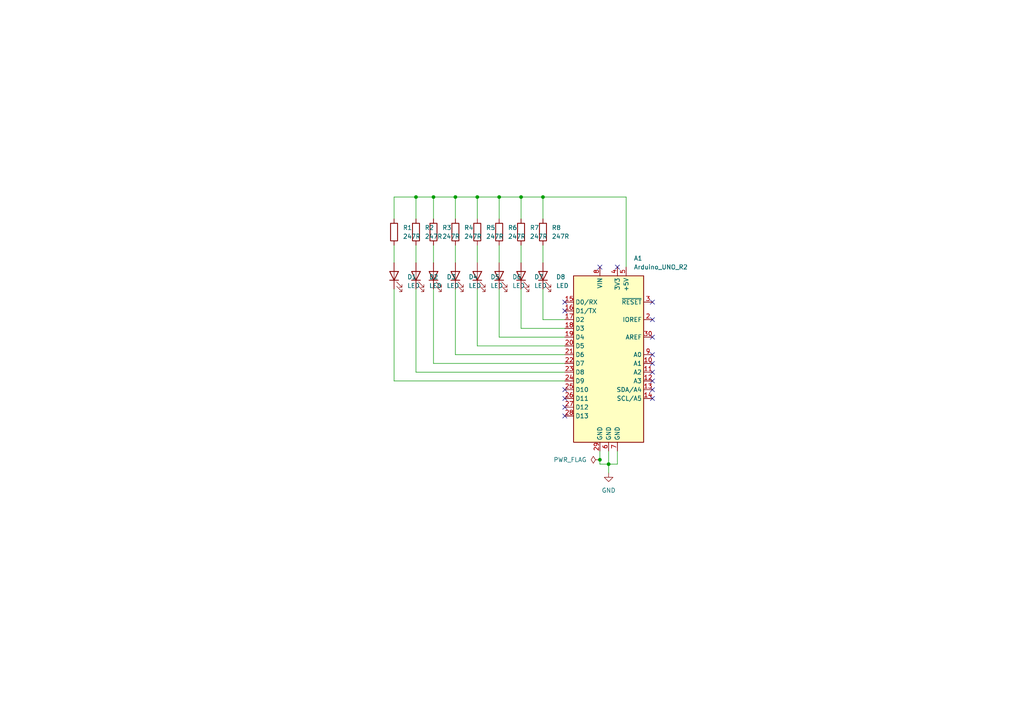
<source format=kicad_sch>
(kicad_sch (version 20230121) (generator eeschema)

  (uuid e797211e-b61b-4144-83f3-7d01fae16d45)

  (paper "A4")

  (title_block
    (title "ARDUINO UNO SHIELD")
    (date "2024-01-13")
    (rev "1")
    (company "Nguyen Minh Khang - 2151095")
  )

  (lib_symbols
    (symbol "Device:LED" (pin_numbers hide) (pin_names (offset 1.016) hide) (in_bom yes) (on_board yes)
      (property "Reference" "D" (at 0 2.54 0)
        (effects (font (size 1.27 1.27)))
      )
      (property "Value" "LED" (at 0 -2.54 0)
        (effects (font (size 1.27 1.27)))
      )
      (property "Footprint" "" (at 0 0 0)
        (effects (font (size 1.27 1.27)) hide)
      )
      (property "Datasheet" "~" (at 0 0 0)
        (effects (font (size 1.27 1.27)) hide)
      )
      (property "ki_keywords" "LED diode" (at 0 0 0)
        (effects (font (size 1.27 1.27)) hide)
      )
      (property "ki_description" "Light emitting diode" (at 0 0 0)
        (effects (font (size 1.27 1.27)) hide)
      )
      (property "ki_fp_filters" "LED* LED_SMD:* LED_THT:*" (at 0 0 0)
        (effects (font (size 1.27 1.27)) hide)
      )
      (symbol "LED_0_1"
        (polyline
          (pts
            (xy -1.27 -1.27)
            (xy -1.27 1.27)
          )
          (stroke (width 0.254) (type default))
          (fill (type none))
        )
        (polyline
          (pts
            (xy -1.27 0)
            (xy 1.27 0)
          )
          (stroke (width 0) (type default))
          (fill (type none))
        )
        (polyline
          (pts
            (xy 1.27 -1.27)
            (xy 1.27 1.27)
            (xy -1.27 0)
            (xy 1.27 -1.27)
          )
          (stroke (width 0.254) (type default))
          (fill (type none))
        )
        (polyline
          (pts
            (xy -3.048 -0.762)
            (xy -4.572 -2.286)
            (xy -3.81 -2.286)
            (xy -4.572 -2.286)
            (xy -4.572 -1.524)
          )
          (stroke (width 0) (type default))
          (fill (type none))
        )
        (polyline
          (pts
            (xy -1.778 -0.762)
            (xy -3.302 -2.286)
            (xy -2.54 -2.286)
            (xy -3.302 -2.286)
            (xy -3.302 -1.524)
          )
          (stroke (width 0) (type default))
          (fill (type none))
        )
      )
      (symbol "LED_1_1"
        (pin passive line (at -3.81 0 0) (length 2.54)
          (name "K" (effects (font (size 1.27 1.27))))
          (number "1" (effects (font (size 1.27 1.27))))
        )
        (pin passive line (at 3.81 0 180) (length 2.54)
          (name "A" (effects (font (size 1.27 1.27))))
          (number "2" (effects (font (size 1.27 1.27))))
        )
      )
    )
    (symbol "Device:R" (pin_numbers hide) (pin_names (offset 0)) (in_bom yes) (on_board yes)
      (property "Reference" "R" (at 2.032 0 90)
        (effects (font (size 1.27 1.27)))
      )
      (property "Value" "R" (at 0 0 90)
        (effects (font (size 1.27 1.27)))
      )
      (property "Footprint" "" (at -1.778 0 90)
        (effects (font (size 1.27 1.27)) hide)
      )
      (property "Datasheet" "~" (at 0 0 0)
        (effects (font (size 1.27 1.27)) hide)
      )
      (property "ki_keywords" "R res resistor" (at 0 0 0)
        (effects (font (size 1.27 1.27)) hide)
      )
      (property "ki_description" "Resistor" (at 0 0 0)
        (effects (font (size 1.27 1.27)) hide)
      )
      (property "ki_fp_filters" "R_*" (at 0 0 0)
        (effects (font (size 1.27 1.27)) hide)
      )
      (symbol "R_0_1"
        (rectangle (start -1.016 -2.54) (end 1.016 2.54)
          (stroke (width 0.254) (type default))
          (fill (type none))
        )
      )
      (symbol "R_1_1"
        (pin passive line (at 0 3.81 270) (length 1.27)
          (name "~" (effects (font (size 1.27 1.27))))
          (number "1" (effects (font (size 1.27 1.27))))
        )
        (pin passive line (at 0 -3.81 90) (length 1.27)
          (name "~" (effects (font (size 1.27 1.27))))
          (number "2" (effects (font (size 1.27 1.27))))
        )
      )
    )
    (symbol "MCU_Module:Arduino_UNO_R2" (in_bom yes) (on_board yes)
      (property "Reference" "A" (at -10.16 23.495 0)
        (effects (font (size 1.27 1.27)) (justify left bottom))
      )
      (property "Value" "Arduino_UNO_R2" (at 5.08 -26.67 0)
        (effects (font (size 1.27 1.27)) (justify left top))
      )
      (property "Footprint" "Module:Arduino_UNO_R2" (at 0 0 0)
        (effects (font (size 1.27 1.27) italic) hide)
      )
      (property "Datasheet" "https://www.arduino.cc/en/Main/arduinoBoardUno" (at 0 0 0)
        (effects (font (size 1.27 1.27)) hide)
      )
      (property "ki_keywords" "Arduino UNO R3 Microcontroller Module Atmel AVR USB" (at 0 0 0)
        (effects (font (size 1.27 1.27)) hide)
      )
      (property "ki_description" "Arduino UNO Microcontroller Module, release 2" (at 0 0 0)
        (effects (font (size 1.27 1.27)) hide)
      )
      (property "ki_fp_filters" "Arduino*UNO*R2*" (at 0 0 0)
        (effects (font (size 1.27 1.27)) hide)
      )
      (symbol "Arduino_UNO_R2_0_1"
        (rectangle (start -10.16 22.86) (end 10.16 -25.4)
          (stroke (width 0.254) (type default))
          (fill (type background))
        )
      )
      (symbol "Arduino_UNO_R2_1_1"
        (pin no_connect line (at -10.16 -20.32 0) (length 2.54) hide
          (name "NC" (effects (font (size 1.27 1.27))))
          (number "1" (effects (font (size 1.27 1.27))))
        )
        (pin bidirectional line (at 12.7 -2.54 180) (length 2.54)
          (name "A1" (effects (font (size 1.27 1.27))))
          (number "10" (effects (font (size 1.27 1.27))))
        )
        (pin bidirectional line (at 12.7 -5.08 180) (length 2.54)
          (name "A2" (effects (font (size 1.27 1.27))))
          (number "11" (effects (font (size 1.27 1.27))))
        )
        (pin bidirectional line (at 12.7 -7.62 180) (length 2.54)
          (name "A3" (effects (font (size 1.27 1.27))))
          (number "12" (effects (font (size 1.27 1.27))))
        )
        (pin bidirectional line (at 12.7 -10.16 180) (length 2.54)
          (name "SDA/A4" (effects (font (size 1.27 1.27))))
          (number "13" (effects (font (size 1.27 1.27))))
        )
        (pin bidirectional line (at 12.7 -12.7 180) (length 2.54)
          (name "SCL/A5" (effects (font (size 1.27 1.27))))
          (number "14" (effects (font (size 1.27 1.27))))
        )
        (pin bidirectional line (at -12.7 15.24 0) (length 2.54)
          (name "D0/RX" (effects (font (size 1.27 1.27))))
          (number "15" (effects (font (size 1.27 1.27))))
        )
        (pin bidirectional line (at -12.7 12.7 0) (length 2.54)
          (name "D1/TX" (effects (font (size 1.27 1.27))))
          (number "16" (effects (font (size 1.27 1.27))))
        )
        (pin bidirectional line (at -12.7 10.16 0) (length 2.54)
          (name "D2" (effects (font (size 1.27 1.27))))
          (number "17" (effects (font (size 1.27 1.27))))
        )
        (pin bidirectional line (at -12.7 7.62 0) (length 2.54)
          (name "D3" (effects (font (size 1.27 1.27))))
          (number "18" (effects (font (size 1.27 1.27))))
        )
        (pin bidirectional line (at -12.7 5.08 0) (length 2.54)
          (name "D4" (effects (font (size 1.27 1.27))))
          (number "19" (effects (font (size 1.27 1.27))))
        )
        (pin output line (at 12.7 10.16 180) (length 2.54)
          (name "IOREF" (effects (font (size 1.27 1.27))))
          (number "2" (effects (font (size 1.27 1.27))))
        )
        (pin bidirectional line (at -12.7 2.54 0) (length 2.54)
          (name "D5" (effects (font (size 1.27 1.27))))
          (number "20" (effects (font (size 1.27 1.27))))
        )
        (pin bidirectional line (at -12.7 0 0) (length 2.54)
          (name "D6" (effects (font (size 1.27 1.27))))
          (number "21" (effects (font (size 1.27 1.27))))
        )
        (pin bidirectional line (at -12.7 -2.54 0) (length 2.54)
          (name "D7" (effects (font (size 1.27 1.27))))
          (number "22" (effects (font (size 1.27 1.27))))
        )
        (pin bidirectional line (at -12.7 -5.08 0) (length 2.54)
          (name "D8" (effects (font (size 1.27 1.27))))
          (number "23" (effects (font (size 1.27 1.27))))
        )
        (pin bidirectional line (at -12.7 -7.62 0) (length 2.54)
          (name "D9" (effects (font (size 1.27 1.27))))
          (number "24" (effects (font (size 1.27 1.27))))
        )
        (pin bidirectional line (at -12.7 -10.16 0) (length 2.54)
          (name "D10" (effects (font (size 1.27 1.27))))
          (number "25" (effects (font (size 1.27 1.27))))
        )
        (pin bidirectional line (at -12.7 -12.7 0) (length 2.54)
          (name "D11" (effects (font (size 1.27 1.27))))
          (number "26" (effects (font (size 1.27 1.27))))
        )
        (pin bidirectional line (at -12.7 -15.24 0) (length 2.54)
          (name "D12" (effects (font (size 1.27 1.27))))
          (number "27" (effects (font (size 1.27 1.27))))
        )
        (pin bidirectional line (at -12.7 -17.78 0) (length 2.54)
          (name "D13" (effects (font (size 1.27 1.27))))
          (number "28" (effects (font (size 1.27 1.27))))
        )
        (pin power_in line (at -2.54 -27.94 90) (length 2.54)
          (name "GND" (effects (font (size 1.27 1.27))))
          (number "29" (effects (font (size 1.27 1.27))))
        )
        (pin input line (at 12.7 15.24 180) (length 2.54)
          (name "~{RESET}" (effects (font (size 1.27 1.27))))
          (number "3" (effects (font (size 1.27 1.27))))
        )
        (pin input line (at 12.7 5.08 180) (length 2.54)
          (name "AREF" (effects (font (size 1.27 1.27))))
          (number "30" (effects (font (size 1.27 1.27))))
        )
        (pin power_out line (at 2.54 25.4 270) (length 2.54)
          (name "3V3" (effects (font (size 1.27 1.27))))
          (number "4" (effects (font (size 1.27 1.27))))
        )
        (pin power_out line (at 5.08 25.4 270) (length 2.54)
          (name "+5V" (effects (font (size 1.27 1.27))))
          (number "5" (effects (font (size 1.27 1.27))))
        )
        (pin power_in line (at 0 -27.94 90) (length 2.54)
          (name "GND" (effects (font (size 1.27 1.27))))
          (number "6" (effects (font (size 1.27 1.27))))
        )
        (pin power_in line (at 2.54 -27.94 90) (length 2.54)
          (name "GND" (effects (font (size 1.27 1.27))))
          (number "7" (effects (font (size 1.27 1.27))))
        )
        (pin power_in line (at -2.54 25.4 270) (length 2.54)
          (name "VIN" (effects (font (size 1.27 1.27))))
          (number "8" (effects (font (size 1.27 1.27))))
        )
        (pin bidirectional line (at 12.7 0 180) (length 2.54)
          (name "A0" (effects (font (size 1.27 1.27))))
          (number "9" (effects (font (size 1.27 1.27))))
        )
      )
    )
    (symbol "power:GND" (power) (pin_names (offset 0)) (in_bom yes) (on_board yes)
      (property "Reference" "#PWR" (at 0 -6.35 0)
        (effects (font (size 1.27 1.27)) hide)
      )
      (property "Value" "GND" (at 0 -3.81 0)
        (effects (font (size 1.27 1.27)))
      )
      (property "Footprint" "" (at 0 0 0)
        (effects (font (size 1.27 1.27)) hide)
      )
      (property "Datasheet" "" (at 0 0 0)
        (effects (font (size 1.27 1.27)) hide)
      )
      (property "ki_keywords" "global power" (at 0 0 0)
        (effects (font (size 1.27 1.27)) hide)
      )
      (property "ki_description" "Power symbol creates a global label with name \"GND\" , ground" (at 0 0 0)
        (effects (font (size 1.27 1.27)) hide)
      )
      (symbol "GND_0_1"
        (polyline
          (pts
            (xy 0 0)
            (xy 0 -1.27)
            (xy 1.27 -1.27)
            (xy 0 -2.54)
            (xy -1.27 -1.27)
            (xy 0 -1.27)
          )
          (stroke (width 0) (type default))
          (fill (type none))
        )
      )
      (symbol "GND_1_1"
        (pin power_in line (at 0 0 270) (length 0) hide
          (name "GND" (effects (font (size 1.27 1.27))))
          (number "1" (effects (font (size 1.27 1.27))))
        )
      )
    )
    (symbol "power:PWR_FLAG" (power) (pin_numbers hide) (pin_names (offset 0) hide) (in_bom yes) (on_board yes)
      (property "Reference" "#FLG" (at 0 1.905 0)
        (effects (font (size 1.27 1.27)) hide)
      )
      (property "Value" "PWR_FLAG" (at 0 3.81 0)
        (effects (font (size 1.27 1.27)))
      )
      (property "Footprint" "" (at 0 0 0)
        (effects (font (size 1.27 1.27)) hide)
      )
      (property "Datasheet" "~" (at 0 0 0)
        (effects (font (size 1.27 1.27)) hide)
      )
      (property "ki_keywords" "flag power" (at 0 0 0)
        (effects (font (size 1.27 1.27)) hide)
      )
      (property "ki_description" "Special symbol for telling ERC where power comes from" (at 0 0 0)
        (effects (font (size 1.27 1.27)) hide)
      )
      (symbol "PWR_FLAG_0_0"
        (pin power_out line (at 0 0 90) (length 0)
          (name "pwr" (effects (font (size 1.27 1.27))))
          (number "1" (effects (font (size 1.27 1.27))))
        )
      )
      (symbol "PWR_FLAG_0_1"
        (polyline
          (pts
            (xy 0 0)
            (xy 0 1.27)
            (xy -1.016 1.905)
            (xy 0 2.54)
            (xy 1.016 1.905)
            (xy 0 1.27)
          )
          (stroke (width 0) (type default))
          (fill (type none))
        )
      )
    )
  )

  (junction (at 176.53 134.62) (diameter 0) (color 0 0 0 0)
    (uuid 0036beb8-9b30-4705-83d2-bfdd6a601bcd)
  )
  (junction (at 125.73 57.15) (diameter 0) (color 0 0 0 0)
    (uuid 24b4d7d3-645a-4183-b9d3-ff93daf8b3cc)
  )
  (junction (at 157.48 57.15) (diameter 0) (color 0 0 0 0)
    (uuid 3edc9c16-7f25-44b5-b82f-a98c280649f7)
  )
  (junction (at 173.99 133.35) (diameter 0) (color 0 0 0 0)
    (uuid 498dfcf9-f1a0-4a8e-bf6f-3a2cc52d2853)
  )
  (junction (at 138.43 57.15) (diameter 0) (color 0 0 0 0)
    (uuid 591feed9-9ead-4ce5-96db-3bbb93f717e9)
  )
  (junction (at 144.78 57.15) (diameter 0) (color 0 0 0 0)
    (uuid 5f321ba1-cc2b-45f9-a9ac-7711e96e30a9)
  )
  (junction (at 132.08 57.15) (diameter 0) (color 0 0 0 0)
    (uuid 80cd1601-6b27-49cc-b813-82f9e5300063)
  )
  (junction (at 151.13 57.15) (diameter 0) (color 0 0 0 0)
    (uuid d4fa5bfb-075c-4605-acfd-31638c99fc9a)
  )
  (junction (at 120.65 57.15) (diameter 0) (color 0 0 0 0)
    (uuid f06fa574-4248-462f-8a06-c27093028d98)
  )

  (no_connect (at 179.07 77.47) (uuid 05284ae7-f049-4d1f-a464-58fa09166b99))
  (no_connect (at 189.23 92.71) (uuid 0d911418-e01b-4bed-bd29-6087eb984db6))
  (no_connect (at 189.23 87.63) (uuid 1b16b0f9-0417-4078-b5a4-85bdae0ef612))
  (no_connect (at 189.23 110.49) (uuid 1b9110d2-dc2d-4aa9-85da-e53ce421af29))
  (no_connect (at 189.23 107.95) (uuid 1d75f0b1-3ec0-4b3f-b1e5-6cdb77f41c85))
  (no_connect (at 189.23 97.79) (uuid 6d05f4d1-0312-4d1d-9e60-e90f48aa14d0))
  (no_connect (at 163.83 115.57) (uuid 87f6bf61-717b-40d1-8753-9c8da40ceae9))
  (no_connect (at 163.83 87.63) (uuid 8fd80168-ef31-440a-b311-b48ae23f27ca))
  (no_connect (at 189.23 105.41) (uuid 95cfce24-f7fa-4819-a2d9-342d0700d0c2))
  (no_connect (at 189.23 102.87) (uuid a7237af6-4ff0-49a2-990b-1e1cc7a00dca))
  (no_connect (at 163.83 90.17) (uuid ad616156-98e1-41df-b145-364ebe48bdc3))
  (no_connect (at 163.83 118.11) (uuid d1071f9c-bb2b-431d-82d9-e8a2048a3c82))
  (no_connect (at 189.23 113.03) (uuid df6315ba-f195-42e6-848c-e17ded882a81))
  (no_connect (at 189.23 115.57) (uuid e0a6cc08-410e-4656-8a71-74df348a816a))
  (no_connect (at 173.99 77.47) (uuid e5137396-d884-428f-a9f7-8dc3b54a0abd))
  (no_connect (at 163.83 120.65) (uuid ebbe17ff-6819-423c-8e4f-dfeccb1d4c16))
  (no_connect (at 163.83 113.03) (uuid f4aa236e-ffeb-40e1-8ebf-42bfa4069ea1))

  (wire (pts (xy 120.65 57.15) (xy 125.73 57.15))
    (stroke (width 0) (type default))
    (uuid 0428b86f-b580-474d-ac43-8b4c0f568c88)
  )
  (wire (pts (xy 157.48 71.12) (xy 157.48 76.2))
    (stroke (width 0) (type default))
    (uuid 06b899d7-1772-4b48-9d1c-9ac296df511e)
  )
  (wire (pts (xy 138.43 57.15) (xy 144.78 57.15))
    (stroke (width 0) (type default))
    (uuid 0791a108-05a9-4ae5-bd5b-b242bcbfc2b5)
  )
  (wire (pts (xy 120.65 71.12) (xy 120.65 76.2))
    (stroke (width 0) (type default))
    (uuid 0d823fc9-54a6-43e0-8730-64a0c685b980)
  )
  (wire (pts (xy 125.73 71.12) (xy 125.73 76.2))
    (stroke (width 0) (type default))
    (uuid 1280d781-a6ea-4b0c-a97b-e5affede03c5)
  )
  (wire (pts (xy 151.13 57.15) (xy 157.48 57.15))
    (stroke (width 0) (type default))
    (uuid 15a09f3a-bc73-4bbf-bdff-d184dfa3f431)
  )
  (wire (pts (xy 144.78 57.15) (xy 144.78 63.5))
    (stroke (width 0) (type default))
    (uuid 1ca177f2-c733-4eaf-9ff2-84e75a500484)
  )
  (wire (pts (xy 125.73 63.5) (xy 125.73 57.15))
    (stroke (width 0) (type default))
    (uuid 1ed46924-fe21-4b54-b584-4819b42a6b25)
  )
  (wire (pts (xy 114.3 110.49) (xy 163.83 110.49))
    (stroke (width 0) (type default))
    (uuid 26098ca8-1940-4799-be31-91a343339f09)
  )
  (wire (pts (xy 120.65 107.95) (xy 163.83 107.95))
    (stroke (width 0) (type default))
    (uuid 2937808f-b6cb-418a-81a6-7b7bcb4c99ca)
  )
  (wire (pts (xy 114.3 71.12) (xy 114.3 76.2))
    (stroke (width 0) (type default))
    (uuid 2c18cfbe-a405-4caa-8ace-4c632cc102fe)
  )
  (wire (pts (xy 120.65 57.15) (xy 120.65 63.5))
    (stroke (width 0) (type default))
    (uuid 3648d474-1b37-40bc-a462-91ad86ebe2fe)
  )
  (wire (pts (xy 132.08 102.87) (xy 163.83 102.87))
    (stroke (width 0) (type default))
    (uuid 3683c5d4-43b2-49d0-b089-27a4c72031da)
  )
  (wire (pts (xy 144.78 83.82) (xy 144.78 97.79))
    (stroke (width 0) (type default))
    (uuid 36fa67d4-e48c-4349-aaff-c737213177fc)
  )
  (wire (pts (xy 173.99 134.62) (xy 176.53 134.62))
    (stroke (width 0) (type default))
    (uuid 3c624c3e-3603-4ef9-bef7-7b6dd35a8aec)
  )
  (wire (pts (xy 151.13 95.25) (xy 163.83 95.25))
    (stroke (width 0) (type default))
    (uuid 466debaa-396d-42ad-8f0b-49ef2f9ebf8b)
  )
  (wire (pts (xy 132.08 57.15) (xy 138.43 57.15))
    (stroke (width 0) (type default))
    (uuid 476ab722-301e-4b52-a30f-20cc7e937207)
  )
  (wire (pts (xy 151.13 71.12) (xy 151.13 76.2))
    (stroke (width 0) (type default))
    (uuid 527855af-2eb4-47c7-bb0d-189c1d6d4baf)
  )
  (wire (pts (xy 125.73 105.41) (xy 163.83 105.41))
    (stroke (width 0) (type default))
    (uuid 527866b9-41fa-4ff9-835a-6ce8354e8f39)
  )
  (wire (pts (xy 173.99 130.81) (xy 173.99 133.35))
    (stroke (width 0) (type default))
    (uuid 54137047-0477-41a1-8725-6cda11ffe05d)
  )
  (wire (pts (xy 179.07 134.62) (xy 176.53 134.62))
    (stroke (width 0) (type default))
    (uuid 5f3e4301-7512-4ed2-9569-7afe2772eca7)
  )
  (wire (pts (xy 173.99 133.35) (xy 173.99 134.62))
    (stroke (width 0) (type default))
    (uuid 62f9d5bd-c0d1-4a32-9c6d-1a565a267f5d)
  )
  (wire (pts (xy 138.43 71.12) (xy 138.43 76.2))
    (stroke (width 0) (type default))
    (uuid 72a38aee-f909-42c7-a40d-72a99e518c9d)
  )
  (wire (pts (xy 151.13 57.15) (xy 151.13 63.5))
    (stroke (width 0) (type default))
    (uuid 744c390b-2588-4bbc-aad9-50edbce9d4b5)
  )
  (wire (pts (xy 144.78 97.79) (xy 163.83 97.79))
    (stroke (width 0) (type default))
    (uuid 892ad25b-77ad-4165-9023-ebd88bb61ebf)
  )
  (wire (pts (xy 114.3 83.82) (xy 114.3 110.49))
    (stroke (width 0) (type default))
    (uuid 8aca4f74-b961-415b-a1a8-a801b7437eaa)
  )
  (wire (pts (xy 132.08 83.82) (xy 132.08 102.87))
    (stroke (width 0) (type default))
    (uuid 8ee14002-44f6-45fd-a1ee-affe4b5e2bf5)
  )
  (wire (pts (xy 114.3 57.15) (xy 120.65 57.15))
    (stroke (width 0) (type default))
    (uuid 94fef4f8-785e-4af4-b8ae-de02f2fd140d)
  )
  (wire (pts (xy 144.78 57.15) (xy 151.13 57.15))
    (stroke (width 0) (type default))
    (uuid 97a5c017-bb15-404b-bfd3-fc82069481a1)
  )
  (wire (pts (xy 138.43 57.15) (xy 138.43 63.5))
    (stroke (width 0) (type default))
    (uuid 98579495-ca46-4a71-8b03-b79a52dfdb13)
  )
  (wire (pts (xy 179.07 130.81) (xy 179.07 134.62))
    (stroke (width 0) (type default))
    (uuid 9960c4ad-ff15-4ed9-a57d-63ab8eeaac0b)
  )
  (wire (pts (xy 138.43 83.82) (xy 138.43 100.33))
    (stroke (width 0) (type default))
    (uuid 9f6a122f-8521-4440-bd89-95274c542a34)
  )
  (wire (pts (xy 114.3 63.5) (xy 114.3 57.15))
    (stroke (width 0) (type default))
    (uuid a28921c5-6ffe-4a4e-a074-07d20ab7f1f9)
  )
  (wire (pts (xy 125.73 57.15) (xy 132.08 57.15))
    (stroke (width 0) (type default))
    (uuid a35a1ce1-3074-40cb-9c2c-440036f14ac6)
  )
  (wire (pts (xy 157.48 83.82) (xy 157.48 92.71))
    (stroke (width 0) (type default))
    (uuid b116b789-910d-411f-b494-e088a852d9fa)
  )
  (wire (pts (xy 176.53 134.62) (xy 176.53 137.16))
    (stroke (width 0) (type default))
    (uuid be9ebbd5-01a5-4cab-bc68-a081194162e4)
  )
  (wire (pts (xy 157.48 57.15) (xy 157.48 63.5))
    (stroke (width 0) (type default))
    (uuid c275bf46-eac9-4578-a2b2-b1df61ccce7d)
  )
  (wire (pts (xy 138.43 100.33) (xy 163.83 100.33))
    (stroke (width 0) (type default))
    (uuid c436769c-e664-47e4-afbb-f2fb2ef7ee85)
  )
  (wire (pts (xy 157.48 57.15) (xy 181.61 57.15))
    (stroke (width 0) (type default))
    (uuid c52c52db-edff-455d-8d4c-38c65c4c947a)
  )
  (wire (pts (xy 144.78 71.12) (xy 144.78 76.2))
    (stroke (width 0) (type default))
    (uuid cc404cb3-b468-4408-84bf-12977211736d)
  )
  (wire (pts (xy 132.08 57.15) (xy 132.08 63.5))
    (stroke (width 0) (type default))
    (uuid d5e944b8-c5d9-4799-a409-863663bfb792)
  )
  (wire (pts (xy 181.61 57.15) (xy 181.61 77.47))
    (stroke (width 0) (type default))
    (uuid d8973852-007e-42c5-9943-19081207e12c)
  )
  (wire (pts (xy 132.08 71.12) (xy 132.08 76.2))
    (stroke (width 0) (type default))
    (uuid dee78906-9152-468d-bd1e-a4da6e5125aa)
  )
  (wire (pts (xy 151.13 83.82) (xy 151.13 95.25))
    (stroke (width 0) (type default))
    (uuid e1a74268-b87a-4480-af3f-4dd7ef0c71d6)
  )
  (wire (pts (xy 157.48 92.71) (xy 163.83 92.71))
    (stroke (width 0) (type default))
    (uuid e5502501-384e-4880-9726-b65517185c16)
  )
  (wire (pts (xy 125.73 83.82) (xy 125.73 105.41))
    (stroke (width 0) (type default))
    (uuid ee751b10-dae5-4e25-8f45-f7914084a59c)
  )
  (wire (pts (xy 176.53 130.81) (xy 176.53 134.62))
    (stroke (width 0) (type default))
    (uuid f571ea78-77f6-43ad-9c42-2fde49c9a4be)
  )
  (wire (pts (xy 120.65 83.82) (xy 120.65 107.95))
    (stroke (width 0) (type default))
    (uuid f5f99d50-9182-413f-bf1a-bf8a0055863e)
  )

  (symbol (lib_id "Device:LED") (at 132.08 80.01 90) (unit 1)
    (in_bom yes) (on_board yes) (dnp no) (fields_autoplaced)
    (uuid 03442b93-2520-4ea3-88ce-14962f512f56)
    (property "Reference" "D4" (at 135.89 80.3275 90)
      (effects (font (size 1.27 1.27)) (justify right))
    )
    (property "Value" "LED" (at 135.89 82.8675 90)
      (effects (font (size 1.27 1.27)) (justify right))
    )
    (property "Footprint" "LED_SMD:LED_0805_2012Metric" (at 132.08 80.01 0)
      (effects (font (size 1.27 1.27)) hide)
    )
    (property "Datasheet" "~" (at 132.08 80.01 0)
      (effects (font (size 1.27 1.27)) hide)
    )
    (pin "1" (uuid c35ea009-ed1a-4a75-be52-7b80eac6480a))
    (pin "2" (uuid 160d23bd-994b-4e8c-81c9-9a5c708aaf2c))
    (instances
      (project "Nguyen Minh Khang-2151095-ESD-E1"
        (path "/e797211e-b61b-4144-83f3-7d01fae16d45"
          (reference "D4") (unit 1)
        )
      )
    )
  )

  (symbol (lib_id "Device:LED") (at 114.3 80.01 90) (unit 1)
    (in_bom yes) (on_board yes) (dnp no) (fields_autoplaced)
    (uuid 1550fad1-b8ad-4953-8aa4-b4a6294a7b57)
    (property "Reference" "D1" (at 118.11 80.3275 90)
      (effects (font (size 1.27 1.27)) (justify right))
    )
    (property "Value" "LED" (at 118.11 82.8675 90)
      (effects (font (size 1.27 1.27)) (justify right))
    )
    (property "Footprint" "LED_SMD:LED_0805_2012Metric" (at 114.3 80.01 0)
      (effects (font (size 1.27 1.27)) hide)
    )
    (property "Datasheet" "~" (at 114.3 80.01 0)
      (effects (font (size 1.27 1.27)) hide)
    )
    (pin "1" (uuid 1b720dae-b2b6-4dde-9e9a-8e07f69d769d))
    (pin "2" (uuid 8f0f2162-3bbd-4d3d-b54a-83cb0d9f3ddc))
    (instances
      (project "Nguyen Minh Khang-2151095-ESD-E1"
        (path "/e797211e-b61b-4144-83f3-7d01fae16d45"
          (reference "D1") (unit 1)
        )
      )
    )
  )

  (symbol (lib_id "Device:R") (at 138.43 67.31 0) (unit 1)
    (in_bom yes) (on_board yes) (dnp no) (fields_autoplaced)
    (uuid 3487f80e-c1aa-427f-b598-0192fc5bce1f)
    (property "Reference" "R5" (at 140.97 66.04 0)
      (effects (font (size 1.27 1.27)) (justify left))
    )
    (property "Value" "247R" (at 140.97 68.58 0)
      (effects (font (size 1.27 1.27)) (justify left))
    )
    (property "Footprint" "Resistor_SMD:R_0603_1608Metric" (at 136.652 67.31 90)
      (effects (font (size 1.27 1.27)) hide)
    )
    (property "Datasheet" "~" (at 138.43 67.31 0)
      (effects (font (size 1.27 1.27)) hide)
    )
    (pin "1" (uuid ee380917-1d7e-4854-b045-d77c12db3f08))
    (pin "2" (uuid f61c8361-a205-451b-9f6b-073f36cbf277))
    (instances
      (project "Nguyen Minh Khang-2151095-ESD-E1"
        (path "/e797211e-b61b-4144-83f3-7d01fae16d45"
          (reference "R5") (unit 1)
        )
      )
    )
  )

  (symbol (lib_id "power:PWR_FLAG") (at 173.99 133.35 90) (unit 1)
    (in_bom yes) (on_board yes) (dnp no) (fields_autoplaced)
    (uuid 3f44ebbe-9b72-4b8f-af25-18f18d740009)
    (property "Reference" "#FLG01" (at 172.085 133.35 0)
      (effects (font (size 1.27 1.27)) hide)
    )
    (property "Value" "PWR_FLAG" (at 170.18 133.35 90)
      (effects (font (size 1.27 1.27)) (justify left))
    )
    (property "Footprint" "" (at 173.99 133.35 0)
      (effects (font (size 1.27 1.27)) hide)
    )
    (property "Datasheet" "~" (at 173.99 133.35 0)
      (effects (font (size 1.27 1.27)) hide)
    )
    (pin "1" (uuid 93b5fb1d-5c13-4d24-981e-9da8f14b3945))
    (instances
      (project "Nguyen Minh Khang-2151095-ESD-E1"
        (path "/e797211e-b61b-4144-83f3-7d01fae16d45"
          (reference "#FLG01") (unit 1)
        )
      )
    )
  )

  (symbol (lib_id "Device:R") (at 120.65 67.31 0) (unit 1)
    (in_bom yes) (on_board yes) (dnp no) (fields_autoplaced)
    (uuid 44aa42af-99b1-4f28-b43e-50cdba9d0e3d)
    (property "Reference" "R2" (at 123.19 66.04 0)
      (effects (font (size 1.27 1.27)) (justify left))
    )
    (property "Value" "247R" (at 123.19 68.58 0)
      (effects (font (size 1.27 1.27)) (justify left))
    )
    (property "Footprint" "Resistor_SMD:R_0603_1608Metric" (at 118.872 67.31 90)
      (effects (font (size 1.27 1.27)) hide)
    )
    (property "Datasheet" "~" (at 120.65 67.31 0)
      (effects (font (size 1.27 1.27)) hide)
    )
    (pin "1" (uuid c0037740-6e0f-46b5-9097-8ce45b961880))
    (pin "2" (uuid 0bb322e3-4472-4b04-a395-3b64ef8dac2f))
    (instances
      (project "Nguyen Minh Khang-2151095-ESD-E1"
        (path "/e797211e-b61b-4144-83f3-7d01fae16d45"
          (reference "R2") (unit 1)
        )
      )
    )
  )

  (symbol (lib_id "Device:LED") (at 125.73 80.01 90) (unit 1)
    (in_bom yes) (on_board yes) (dnp no) (fields_autoplaced)
    (uuid 45aa55e9-8fb8-4889-9ab6-fecfb465c055)
    (property "Reference" "D3" (at 129.54 80.3275 90)
      (effects (font (size 1.27 1.27)) (justify right))
    )
    (property "Value" "LED" (at 129.54 82.8675 90)
      (effects (font (size 1.27 1.27)) (justify right))
    )
    (property "Footprint" "LED_SMD:LED_0805_2012Metric" (at 125.73 80.01 0)
      (effects (font (size 1.27 1.27)) hide)
    )
    (property "Datasheet" "~" (at 125.73 80.01 0)
      (effects (font (size 1.27 1.27)) hide)
    )
    (pin "1" (uuid 7d246da9-b271-434d-99a6-6bbf90944ca5))
    (pin "2" (uuid d246b4b1-1d32-4a41-bc25-35a9e9faf269))
    (instances
      (project "Nguyen Minh Khang-2151095-ESD-E1"
        (path "/e797211e-b61b-4144-83f3-7d01fae16d45"
          (reference "D3") (unit 1)
        )
      )
    )
  )

  (symbol (lib_id "Device:LED") (at 151.13 80.01 90) (unit 1)
    (in_bom yes) (on_board yes) (dnp no) (fields_autoplaced)
    (uuid 47128a52-ed40-4924-85b1-3e523ca74e33)
    (property "Reference" "D7" (at 154.94 80.3275 90)
      (effects (font (size 1.27 1.27)) (justify right))
    )
    (property "Value" "LED" (at 154.94 82.8675 90)
      (effects (font (size 1.27 1.27)) (justify right))
    )
    (property "Footprint" "LED_SMD:LED_0805_2012Metric" (at 151.13 80.01 0)
      (effects (font (size 1.27 1.27)) hide)
    )
    (property "Datasheet" "~" (at 151.13 80.01 0)
      (effects (font (size 1.27 1.27)) hide)
    )
    (pin "1" (uuid 2aec98aa-1123-4203-b488-f47ce089746a))
    (pin "2" (uuid 7a1fa6fb-b6e4-4341-b50e-2f3f0d38119f))
    (instances
      (project "Nguyen Minh Khang-2151095-ESD-E1"
        (path "/e797211e-b61b-4144-83f3-7d01fae16d45"
          (reference "D7") (unit 1)
        )
      )
    )
  )

  (symbol (lib_id "Device:LED") (at 157.48 80.01 90) (unit 1)
    (in_bom yes) (on_board yes) (dnp no) (fields_autoplaced)
    (uuid 506e5011-012a-4564-a62b-829c68c30403)
    (property "Reference" "D8" (at 161.29 80.3275 90)
      (effects (font (size 1.27 1.27)) (justify right))
    )
    (property "Value" "LED" (at 161.29 82.8675 90)
      (effects (font (size 1.27 1.27)) (justify right))
    )
    (property "Footprint" "LED_SMD:LED_0805_2012Metric" (at 157.48 80.01 0)
      (effects (font (size 1.27 1.27)) hide)
    )
    (property "Datasheet" "~" (at 157.48 80.01 0)
      (effects (font (size 1.27 1.27)) hide)
    )
    (pin "1" (uuid 8e98cff3-6646-45ea-85e3-9de7bb80ac8d))
    (pin "2" (uuid 85af3886-55f5-49a4-88ad-882613251da8))
    (instances
      (project "Nguyen Minh Khang-2151095-ESD-E1"
        (path "/e797211e-b61b-4144-83f3-7d01fae16d45"
          (reference "D8") (unit 1)
        )
      )
    )
  )

  (symbol (lib_id "MCU_Module:Arduino_UNO_R2") (at 176.53 102.87 0) (unit 1)
    (in_bom yes) (on_board yes) (dnp no) (fields_autoplaced)
    (uuid 51ecd515-4da9-4b2c-bc92-bd3f007b958e)
    (property "Reference" "A1" (at 183.8041 74.93 0)
      (effects (font (size 1.27 1.27)) (justify left))
    )
    (property "Value" "Arduino_UNO_R2" (at 183.8041 77.47 0)
      (effects (font (size 1.27 1.27)) (justify left))
    )
    (property "Footprint" "Module:Arduino_UNO_R2" (at 176.53 102.87 0)
      (effects (font (size 1.27 1.27) italic) hide)
    )
    (property "Datasheet" "https://www.arduino.cc/en/Main/arduinoBoardUno" (at 176.53 102.87 0)
      (effects (font (size 1.27 1.27)) hide)
    )
    (pin "4" (uuid abba6c75-4e88-44de-ab6c-de68ba055b18))
    (pin "24" (uuid ee93a3c7-0d83-41d4-96f2-5c6254d65b74))
    (pin "28" (uuid 43e92ac1-fdb3-42ad-98bc-1a6dcf0f2f6c))
    (pin "3" (uuid 005a4efb-f2f6-4f9a-acc1-820547feed03))
    (pin "11" (uuid ee07556e-692c-4c3e-8392-2f29e1d7110c))
    (pin "7" (uuid 89ebea31-6b7a-4144-8937-f3031417a9e4))
    (pin "22" (uuid 7ff5c28f-5655-4e89-b011-95a8edae8d58))
    (pin "15" (uuid 4e2eec5d-5902-4902-a3be-7b4126150772))
    (pin "10" (uuid f8721473-2625-47dd-91d6-d9603f6966fe))
    (pin "21" (uuid 5d4d801f-6ad7-4853-84b6-f0330865a860))
    (pin "16" (uuid 2f470101-c2d2-4017-a305-84b2b6056993))
    (pin "25" (uuid 96d3b0ce-3aa0-41fd-aa41-8116a2a6b30c))
    (pin "26" (uuid c1ee825c-47bb-4bf8-8a04-ef4313d0051f))
    (pin "5" (uuid dd2cc2c7-ba04-4ceb-9d53-ca121fed5940))
    (pin "18" (uuid 61436913-3952-471c-bbbc-65314a5a780c))
    (pin "6" (uuid b3bac8a2-4c0c-4a03-8d6e-112660fb5dd5))
    (pin "1" (uuid 8e8c02ec-d019-4329-b4fd-dddfdaeceade))
    (pin "14" (uuid 2266aea4-b3d1-4860-a91f-8db109f19351))
    (pin "23" (uuid 1d58a398-1f50-4310-9cd2-5fd9c1aef861))
    (pin "30" (uuid e7ccafcc-8004-4593-92c3-99502fc8e884))
    (pin "9" (uuid 073b72de-99f5-481d-96f2-16f3c309a9e4))
    (pin "17" (uuid d972d2eb-fc13-4688-8d7e-e123bb22ee77))
    (pin "27" (uuid 674667f0-c244-4ba8-a3b2-cfcd792ed0a2))
    (pin "13" (uuid a1626bd8-e726-4fc8-9e26-3f8e6dab032c))
    (pin "2" (uuid 4a190298-5003-4d30-b257-44909f20a99b))
    (pin "12" (uuid 1dda5253-1127-4327-b62b-250d9d0e1d52))
    (pin "19" (uuid dd227fe8-c04a-48bb-9f1b-5d1917a96088))
    (pin "8" (uuid d72ce700-e6e6-4ad1-9c8c-50e920c4a9d6))
    (pin "29" (uuid da6fff99-cb3f-4fe1-86de-3653719444c1))
    (pin "20" (uuid 68682f82-7d3c-4784-a451-451ca5efaea6))
    (instances
      (project "Nguyen Minh Khang-2151095-ESD-E1"
        (path "/e797211e-b61b-4144-83f3-7d01fae16d45"
          (reference "A1") (unit 1)
        )
      )
    )
  )

  (symbol (lib_id "Device:LED") (at 120.65 80.01 90) (unit 1)
    (in_bom yes) (on_board yes) (dnp no) (fields_autoplaced)
    (uuid 5faf915f-24e4-41c9-bdac-aee7dee9e96f)
    (property "Reference" "D2" (at 124.46 80.3275 90)
      (effects (font (size 1.27 1.27)) (justify right))
    )
    (property "Value" "LED" (at 124.46 82.8675 90)
      (effects (font (size 1.27 1.27)) (justify right))
    )
    (property "Footprint" "LED_SMD:LED_0805_2012Metric" (at 120.65 80.01 0)
      (effects (font (size 1.27 1.27)) hide)
    )
    (property "Datasheet" "~" (at 120.65 80.01 0)
      (effects (font (size 1.27 1.27)) hide)
    )
    (pin "1" (uuid 1f478ba2-8cf4-405a-8e66-15bd1a1c9652))
    (pin "2" (uuid 679af6f2-f044-4f1b-b8cb-6060f9f7ec93))
    (instances
      (project "Nguyen Minh Khang-2151095-ESD-E1"
        (path "/e797211e-b61b-4144-83f3-7d01fae16d45"
          (reference "D2") (unit 1)
        )
      )
    )
  )

  (symbol (lib_id "Device:R") (at 114.3 67.31 0) (unit 1)
    (in_bom yes) (on_board yes) (dnp no) (fields_autoplaced)
    (uuid 6a66f8ad-b2e5-490d-bdf9-e187633bad58)
    (property "Reference" "R1" (at 116.84 66.04 0)
      (effects (font (size 1.27 1.27)) (justify left))
    )
    (property "Value" "247R" (at 116.84 68.58 0)
      (effects (font (size 1.27 1.27)) (justify left))
    )
    (property "Footprint" "Resistor_SMD:R_0603_1608Metric" (at 112.522 67.31 90)
      (effects (font (size 1.27 1.27)) hide)
    )
    (property "Datasheet" "~" (at 114.3 67.31 0)
      (effects (font (size 1.27 1.27)) hide)
    )
    (pin "1" (uuid 85328adf-9c45-4039-836f-bb2418b31d32))
    (pin "2" (uuid 14d35ab7-1aa8-4fe9-8ff2-877ba2fa516f))
    (instances
      (project "Nguyen Minh Khang-2151095-ESD-E1"
        (path "/e797211e-b61b-4144-83f3-7d01fae16d45"
          (reference "R1") (unit 1)
        )
      )
    )
  )

  (symbol (lib_id "power:GND") (at 176.53 137.16 0) (unit 1)
    (in_bom yes) (on_board yes) (dnp no) (fields_autoplaced)
    (uuid 6c12e759-cc6c-4913-9433-14914acf5f48)
    (property "Reference" "#PWR01" (at 176.53 143.51 0)
      (effects (font (size 1.27 1.27)) hide)
    )
    (property "Value" "GND" (at 176.53 142.24 0)
      (effects (font (size 1.27 1.27)))
    )
    (property "Footprint" "" (at 176.53 137.16 0)
      (effects (font (size 1.27 1.27)) hide)
    )
    (property "Datasheet" "" (at 176.53 137.16 0)
      (effects (font (size 1.27 1.27)) hide)
    )
    (pin "1" (uuid 4d728600-f306-4631-af65-8aaf40ca5a42))
    (instances
      (project "Nguyen Minh Khang-2151095-ESD-E1"
        (path "/e797211e-b61b-4144-83f3-7d01fae16d45"
          (reference "#PWR01") (unit 1)
        )
      )
    )
  )

  (symbol (lib_id "Device:LED") (at 144.78 80.01 90) (unit 1)
    (in_bom yes) (on_board yes) (dnp no) (fields_autoplaced)
    (uuid 6d2d3033-99d1-487f-9630-a4298e709b92)
    (property "Reference" "D6" (at 148.59 80.3275 90)
      (effects (font (size 1.27 1.27)) (justify right))
    )
    (property "Value" "LED" (at 148.59 82.8675 90)
      (effects (font (size 1.27 1.27)) (justify right))
    )
    (property "Footprint" "LED_SMD:LED_0805_2012Metric" (at 144.78 80.01 0)
      (effects (font (size 1.27 1.27)) hide)
    )
    (property "Datasheet" "~" (at 144.78 80.01 0)
      (effects (font (size 1.27 1.27)) hide)
    )
    (pin "1" (uuid 03ba7704-4ac7-4830-8b64-4b21c8a73928))
    (pin "2" (uuid 90cd8b6e-1ed8-47a0-8413-98868fc76986))
    (instances
      (project "Nguyen Minh Khang-2151095-ESD-E1"
        (path "/e797211e-b61b-4144-83f3-7d01fae16d45"
          (reference "D6") (unit 1)
        )
      )
    )
  )

  (symbol (lib_id "Device:R") (at 144.78 67.31 0) (unit 1)
    (in_bom yes) (on_board yes) (dnp no) (fields_autoplaced)
    (uuid 704681d8-1d40-4156-9ef9-c3653afa2748)
    (property "Reference" "R6" (at 147.32 66.04 0)
      (effects (font (size 1.27 1.27)) (justify left))
    )
    (property "Value" "247R" (at 147.32 68.58 0)
      (effects (font (size 1.27 1.27)) (justify left))
    )
    (property "Footprint" "Resistor_SMD:R_0603_1608Metric" (at 143.002 67.31 90)
      (effects (font (size 1.27 1.27)) hide)
    )
    (property "Datasheet" "~" (at 144.78 67.31 0)
      (effects (font (size 1.27 1.27)) hide)
    )
    (pin "1" (uuid 4fd91e67-ffec-4a05-b8f0-beca468c9e6d))
    (pin "2" (uuid 6c021b88-2a61-4750-b59e-c4600b9c227c))
    (instances
      (project "Nguyen Minh Khang-2151095-ESD-E1"
        (path "/e797211e-b61b-4144-83f3-7d01fae16d45"
          (reference "R6") (unit 1)
        )
      )
    )
  )

  (symbol (lib_id "Device:R") (at 151.13 67.31 0) (unit 1)
    (in_bom yes) (on_board yes) (dnp no) (fields_autoplaced)
    (uuid 7a77ffdd-057f-43fd-b7c5-56b157c6eb42)
    (property "Reference" "R7" (at 153.67 66.04 0)
      (effects (font (size 1.27 1.27)) (justify left))
    )
    (property "Value" "247R" (at 153.67 68.58 0)
      (effects (font (size 1.27 1.27)) (justify left))
    )
    (property "Footprint" "Resistor_SMD:R_0603_1608Metric" (at 149.352 67.31 90)
      (effects (font (size 1.27 1.27)) hide)
    )
    (property "Datasheet" "~" (at 151.13 67.31 0)
      (effects (font (size 1.27 1.27)) hide)
    )
    (pin "1" (uuid 4e704f08-249b-4459-a2d4-f7a933f46132))
    (pin "2" (uuid 2b1d264c-f280-4e96-9e12-29312b9c9083))
    (instances
      (project "Nguyen Minh Khang-2151095-ESD-E1"
        (path "/e797211e-b61b-4144-83f3-7d01fae16d45"
          (reference "R7") (unit 1)
        )
      )
    )
  )

  (symbol (lib_id "Device:R") (at 125.73 67.31 0) (unit 1)
    (in_bom yes) (on_board yes) (dnp no) (fields_autoplaced)
    (uuid 814746ff-4a80-4b70-83da-4f8ce49fe9ae)
    (property "Reference" "R3" (at 128.27 66.04 0)
      (effects (font (size 1.27 1.27)) (justify left))
    )
    (property "Value" "247R" (at 128.27 68.58 0)
      (effects (font (size 1.27 1.27)) (justify left))
    )
    (property "Footprint" "Resistor_SMD:R_0603_1608Metric" (at 123.952 67.31 90)
      (effects (font (size 1.27 1.27)) hide)
    )
    (property "Datasheet" "~" (at 125.73 67.31 0)
      (effects (font (size 1.27 1.27)) hide)
    )
    (pin "1" (uuid f759e58c-0def-4352-897a-4b5f15e82092))
    (pin "2" (uuid ba0a2c9b-a890-4b42-b356-d70414bb5f25))
    (instances
      (project "Nguyen Minh Khang-2151095-ESD-E1"
        (path "/e797211e-b61b-4144-83f3-7d01fae16d45"
          (reference "R3") (unit 1)
        )
      )
    )
  )

  (symbol (lib_id "Device:LED") (at 138.43 80.01 90) (unit 1)
    (in_bom yes) (on_board yes) (dnp no) (fields_autoplaced)
    (uuid 8dfbe7e3-4dbe-479d-87ec-d3ff5ddd5231)
    (property "Reference" "D5" (at 142.24 80.3275 90)
      (effects (font (size 1.27 1.27)) (justify right))
    )
    (property "Value" "LED" (at 142.24 82.8675 90)
      (effects (font (size 1.27 1.27)) (justify right))
    )
    (property "Footprint" "LED_SMD:LED_0805_2012Metric" (at 138.43 80.01 0)
      (effects (font (size 1.27 1.27)) hide)
    )
    (property "Datasheet" "~" (at 138.43 80.01 0)
      (effects (font (size 1.27 1.27)) hide)
    )
    (pin "1" (uuid 24edfe79-5fa3-4f1f-be4c-99d5f6d306c0))
    (pin "2" (uuid 0c687e53-32a0-4ed9-bebe-c7c306ff36c0))
    (instances
      (project "Nguyen Minh Khang-2151095-ESD-E1"
        (path "/e797211e-b61b-4144-83f3-7d01fae16d45"
          (reference "D5") (unit 1)
        )
      )
    )
  )

  (symbol (lib_id "Device:R") (at 157.48 67.31 0) (unit 1)
    (in_bom yes) (on_board yes) (dnp no) (fields_autoplaced)
    (uuid 9c063973-e483-4db4-a2ea-64cd89c1e839)
    (property "Reference" "R8" (at 160.02 66.04 0)
      (effects (font (size 1.27 1.27)) (justify left))
    )
    (property "Value" "247R" (at 160.02 68.58 0)
      (effects (font (size 1.27 1.27)) (justify left))
    )
    (property "Footprint" "Resistor_SMD:R_0603_1608Metric" (at 155.702 67.31 90)
      (effects (font (size 1.27 1.27)) hide)
    )
    (property "Datasheet" "~" (at 157.48 67.31 0)
      (effects (font (size 1.27 1.27)) hide)
    )
    (pin "1" (uuid 1dd80820-3c68-4246-a05f-07da380fc6bb))
    (pin "2" (uuid 6fc4aa42-ce72-4419-bd92-a6a01734d745))
    (instances
      (project "Nguyen Minh Khang-2151095-ESD-E1"
        (path "/e797211e-b61b-4144-83f3-7d01fae16d45"
          (reference "R8") (unit 1)
        )
      )
    )
  )

  (symbol (lib_id "Device:R") (at 132.08 67.31 0) (unit 1)
    (in_bom yes) (on_board yes) (dnp no) (fields_autoplaced)
    (uuid f79721eb-ffb6-4d5b-9034-f654954adcb5)
    (property "Reference" "R4" (at 134.62 66.04 0)
      (effects (font (size 1.27 1.27)) (justify left))
    )
    (property "Value" "247R" (at 134.62 68.58 0)
      (effects (font (size 1.27 1.27)) (justify left))
    )
    (property "Footprint" "Resistor_SMD:R_0603_1608Metric" (at 130.302 67.31 90)
      (effects (font (size 1.27 1.27)) hide)
    )
    (property "Datasheet" "~" (at 132.08 67.31 0)
      (effects (font (size 1.27 1.27)) hide)
    )
    (pin "1" (uuid 851dd74a-9fcd-41ef-882f-1183e6194d13))
    (pin "2" (uuid cdcc3453-79fb-44a3-9041-f51bd426ec58))
    (instances
      (project "Nguyen Minh Khang-2151095-ESD-E1"
        (path "/e797211e-b61b-4144-83f3-7d01fae16d45"
          (reference "R4") (unit 1)
        )
      )
    )
  )

  (sheet_instances
    (path "/" (page "1"))
  )
)

</source>
